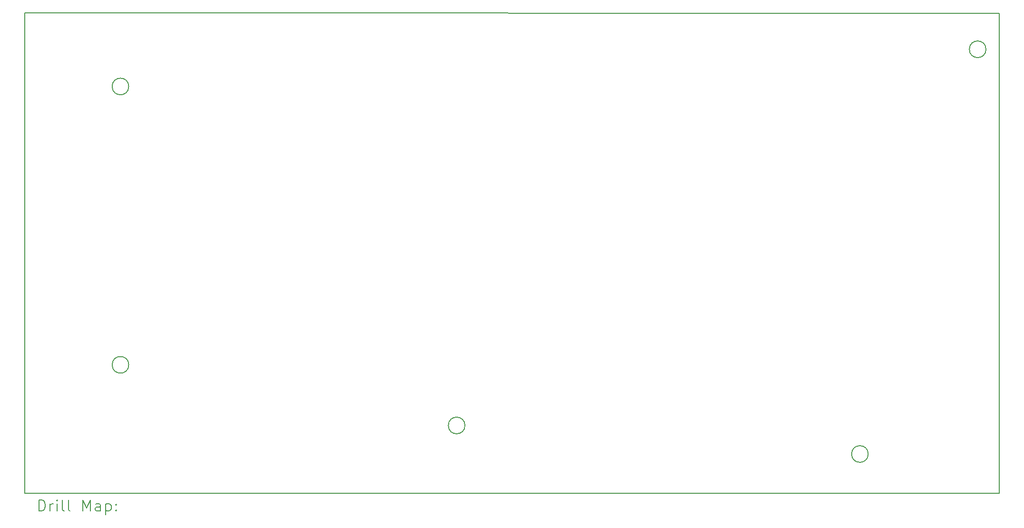
<source format=gbr>
%FSLAX45Y45*%
G04 Gerber Fmt 4.5, Leading zero omitted, Abs format (unit mm)*
G04 Created by KiCad (PCBNEW (6.0.4)) date 2022-05-29 19:48:20*
%MOMM*%
%LPD*%
G01*
G04 APERTURE LIST*
%TA.AperFunction,Profile*%
%ADD10C,0.150000*%
%TD*%
%ADD11C,0.200000*%
G04 APERTURE END LIST*
D10*
X3349087Y-12226980D02*
X3349130Y-3675589D01*
X20684587Y-3680380D02*
X20684587Y-12226980D01*
X3349130Y-3675589D02*
X20684587Y-3680380D01*
X5198887Y-9940980D02*
G75*
G03*
X5198887Y-9940980I-148000J0D01*
G01*
X18356087Y-11528480D02*
G75*
G03*
X18356087Y-11528480I-148000J0D01*
G01*
X5198887Y-4986604D02*
G75*
G03*
X5198887Y-4986604I-148000J0D01*
G01*
X20684587Y-12226980D02*
X3349087Y-12226980D01*
X11180587Y-11020480D02*
G75*
G03*
X11180587Y-11020480I-148000J0D01*
G01*
X20451587Y-4324604D02*
G75*
G03*
X20451587Y-4324604I-148000J0D01*
G01*
D11*
X3599206Y-12544956D02*
X3599206Y-12344956D01*
X3646825Y-12344956D01*
X3675396Y-12354480D01*
X3694444Y-12373528D01*
X3703967Y-12392575D01*
X3713491Y-12430671D01*
X3713491Y-12459242D01*
X3703967Y-12497337D01*
X3694444Y-12516385D01*
X3675396Y-12535433D01*
X3646825Y-12544956D01*
X3599206Y-12544956D01*
X3799206Y-12544956D02*
X3799206Y-12411623D01*
X3799206Y-12449718D02*
X3808729Y-12430671D01*
X3818253Y-12421147D01*
X3837301Y-12411623D01*
X3856348Y-12411623D01*
X3923015Y-12544956D02*
X3923015Y-12411623D01*
X3923015Y-12344956D02*
X3913491Y-12354480D01*
X3923015Y-12364004D01*
X3932539Y-12354480D01*
X3923015Y-12344956D01*
X3923015Y-12364004D01*
X4046825Y-12544956D02*
X4027777Y-12535433D01*
X4018253Y-12516385D01*
X4018253Y-12344956D01*
X4151587Y-12544956D02*
X4132539Y-12535433D01*
X4123015Y-12516385D01*
X4123015Y-12344956D01*
X4380158Y-12544956D02*
X4380158Y-12344956D01*
X4446825Y-12487814D01*
X4513491Y-12344956D01*
X4513491Y-12544956D01*
X4694444Y-12544956D02*
X4694444Y-12440194D01*
X4684920Y-12421147D01*
X4665872Y-12411623D01*
X4627777Y-12411623D01*
X4608729Y-12421147D01*
X4694444Y-12535433D02*
X4675396Y-12544956D01*
X4627777Y-12544956D01*
X4608729Y-12535433D01*
X4599206Y-12516385D01*
X4599206Y-12497337D01*
X4608729Y-12478290D01*
X4627777Y-12468766D01*
X4675396Y-12468766D01*
X4694444Y-12459242D01*
X4789682Y-12411623D02*
X4789682Y-12611623D01*
X4789682Y-12421147D02*
X4808729Y-12411623D01*
X4846825Y-12411623D01*
X4865872Y-12421147D01*
X4875396Y-12430671D01*
X4884920Y-12449718D01*
X4884920Y-12506861D01*
X4875396Y-12525909D01*
X4865872Y-12535433D01*
X4846825Y-12544956D01*
X4808729Y-12544956D01*
X4789682Y-12535433D01*
X4970634Y-12525909D02*
X4980158Y-12535433D01*
X4970634Y-12544956D01*
X4961110Y-12535433D01*
X4970634Y-12525909D01*
X4970634Y-12544956D01*
X4970634Y-12421147D02*
X4980158Y-12430671D01*
X4970634Y-12440194D01*
X4961110Y-12430671D01*
X4970634Y-12421147D01*
X4970634Y-12440194D01*
M02*

</source>
